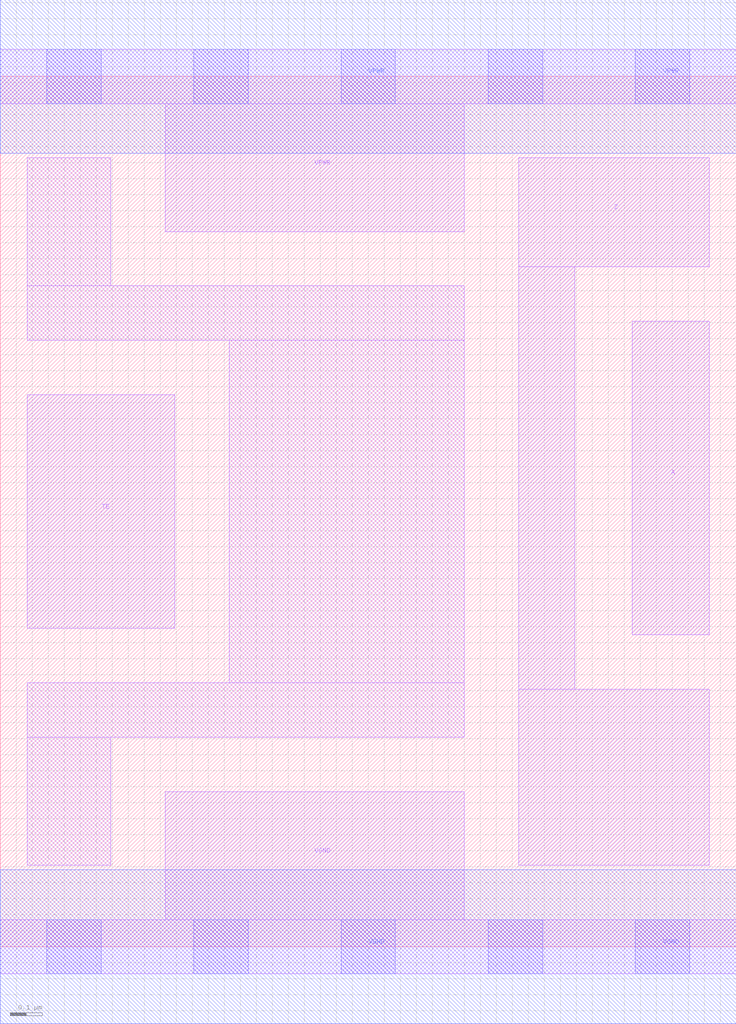
<source format=lef>
# Copyright 2020 The SkyWater PDK Authors
#
# Licensed under the Apache License, Version 2.0 (the "License");
# you may not use this file except in compliance with the License.
# You may obtain a copy of the License at
#
#     https://www.apache.org/licenses/LICENSE-2.0
#
# Unless required by applicable law or agreed to in writing, software
# distributed under the License is distributed on an "AS IS" BASIS,
# WITHOUT WARRANTIES OR CONDITIONS OF ANY KIND, either express or implied.
# See the License for the specific language governing permissions and
# limitations under the License.
#
# SPDX-License-Identifier: Apache-2.0

VERSION 5.7 ;
  NAMESCASESENSITIVE ON ;
  NOWIREEXTENSIONATPIN ON ;
  DIVIDERCHAR "/" ;
  BUSBITCHARS "[]" ;
UNITS
  DATABASE MICRONS 200 ;
END UNITS
MACRO sky130_fd_sc_hd__einvp_1
  CLASS CORE ;
  SOURCE USER ;
  FOREIGN sky130_fd_sc_hd__einvp_1 ;
  ORIGIN  0.000000  0.000000 ;
  SIZE  2.300000 BY  2.720000 ;
  SYMMETRY X Y R90 ;
  SITE unithd ;
  PIN A
    ANTENNAGATEAREA  0.247500 ;
    DIRECTION INPUT ;
    USE SIGNAL ;
    PORT
      LAYER li1 ;
        RECT 1.975000 0.975000 2.215000 1.955000 ;
    END
  END A
  PIN TE
    ANTENNAGATEAREA  0.223500 ;
    DIRECTION INPUT ;
    USE SIGNAL ;
    PORT
      LAYER li1 ;
        RECT 0.085000 0.995000 0.545000 1.725000 ;
    END
  END TE
  PIN Z
    ANTENNADIFFAREA  0.445500 ;
    DIRECTION OUTPUT ;
    USE SIGNAL ;
    PORT
      LAYER li1 ;
        RECT 1.620000 0.255000 2.215000 0.805000 ;
        RECT 1.620000 0.805000 1.795000 2.125000 ;
        RECT 1.620000 2.125000 2.215000 2.465000 ;
    END
  END Z
  PIN VGND
    DIRECTION INOUT ;
    SHAPE ABUTMENT ;
    USE GROUND ;
    PORT
      LAYER li1 ;
        RECT 0.000000 -0.085000 2.300000 0.085000 ;
        RECT 0.515000  0.085000 1.450000 0.485000 ;
      LAYER mcon ;
        RECT 0.145000 -0.085000 0.315000 0.085000 ;
        RECT 0.605000 -0.085000 0.775000 0.085000 ;
        RECT 1.065000 -0.085000 1.235000 0.085000 ;
        RECT 1.525000 -0.085000 1.695000 0.085000 ;
        RECT 1.985000 -0.085000 2.155000 0.085000 ;
      LAYER met1 ;
        RECT 0.000000 -0.240000 2.300000 0.240000 ;
    END
  END VGND
  PIN VPWR
    DIRECTION INOUT ;
    SHAPE ABUTMENT ;
    USE POWER ;
    PORT
      LAYER li1 ;
        RECT 0.000000 2.635000 2.300000 2.805000 ;
        RECT 0.515000 2.235000 1.450000 2.635000 ;
      LAYER mcon ;
        RECT 0.145000 2.635000 0.315000 2.805000 ;
        RECT 0.605000 2.635000 0.775000 2.805000 ;
        RECT 1.065000 2.635000 1.235000 2.805000 ;
        RECT 1.525000 2.635000 1.695000 2.805000 ;
        RECT 1.985000 2.635000 2.155000 2.805000 ;
      LAYER met1 ;
        RECT 0.000000 2.480000 2.300000 2.960000 ;
    END
  END VPWR
  OBS
    LAYER li1 ;
      RECT 0.085000 0.255000 0.345000 0.655000 ;
      RECT 0.085000 0.655000 1.450000 0.825000 ;
      RECT 0.085000 1.895000 1.450000 2.065000 ;
      RECT 0.085000 2.065000 0.345000 2.465000 ;
      RECT 0.715000 0.825000 1.450000 1.895000 ;
  END
END sky130_fd_sc_hd__einvp_1

</source>
